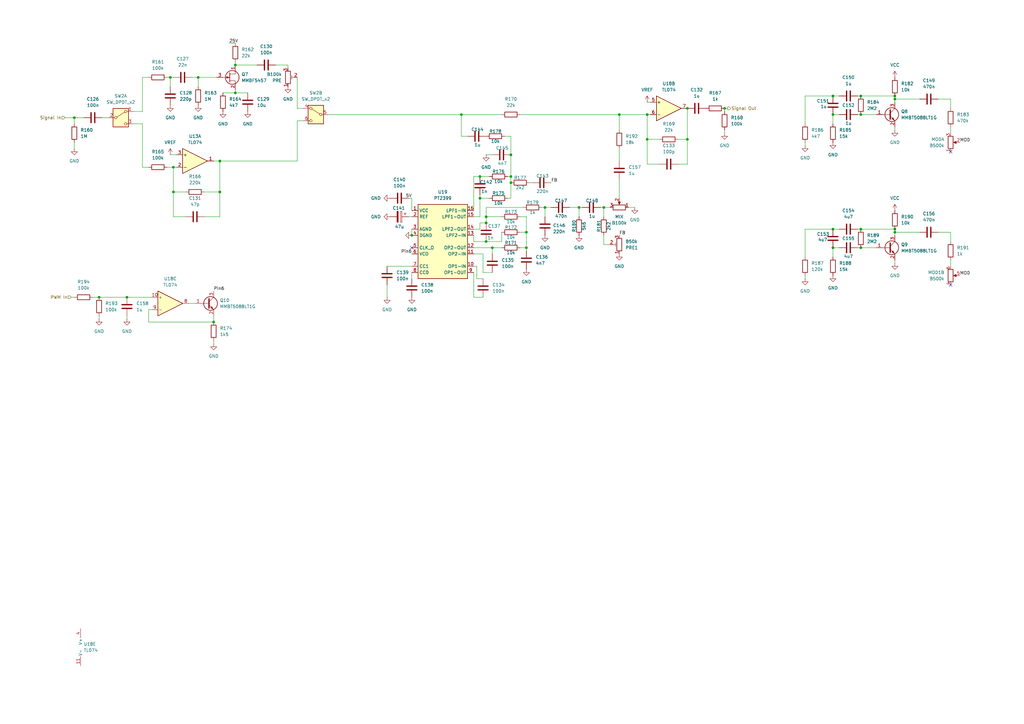
<source format=kicad_sch>
(kicad_sch (version 20250114) (generator "eeschema") (generator_version "9.0")
  (paper "A3")
  (lib_symbols
    (symbol "Amplifier_Operational:TL074" (pin_names (offset 0.127))
      (property "Reference" "U" (at 0 5.08 0))
      (property "Value" "TL074" (at 0 -5.08 0))
      (symbol "TL074_1_1"
        (polyline (pts (xy -5.08 5.08) (xy 5.08 0) (xy -5.08 -5.08) (xy -5.08 5.08)) (stroke (width 0.254)) (fill (type background)))
        (pin input line (at -7.62 2.54 0) (length 2.54) (name "+") (number "3"))
        (pin input line (at -7.62 -2.54 0) (length 2.54) (name "-") (number "2"))
        (pin output line (at 7.62 0 180) (length 2.54) (name "~") (number "1"))
      )
      (symbol "TL074_2_1"
        (polyline (pts (xy -5.08 5.08) (xy 5.08 0) (xy -5.08 -5.08) (xy -5.08 5.08)) (stroke (width 0.254)) (fill (type background)))
        (pin input line (at -7.62 2.54 0) (length 2.54) (name "+") (number "5"))
        (pin input line (at -7.62 -2.54 0) (length 2.54) (name "-") (number "6"))
        (pin output line (at 7.62 0 180) (length 2.54) (name "~") (number "7"))
      )
      (symbol "TL074_3_1"
        (polyline (pts (xy -5.08 5.08) (xy 5.08 0) (xy -5.08 -5.08) (xy -5.08 5.08)) (stroke (width 0.254)) (fill (type background)))
        (pin input line (at -7.62 2.54 0) (length 2.54) (name "+") (number "10"))
        (pin input line (at -7.62 -2.54 0) (length 2.54) (name "-") (number "9"))
        (pin output line (at 7.62 0 180) (length 2.54) (name "~") (number "8"))
      )
      (symbol "TL074_4_1"
        (polyline (pts (xy -5.08 5.08) (xy 5.08 0) (xy -5.08 -5.08) (xy -5.08 5.08)) (stroke (width 0.254)) (fill (type background)))
        (pin input line (at -7.62 2.54 0) (length 2.54) (name "+") (number "12"))
        (pin input line (at -7.62 -2.54 0) (length 2.54) (name "-") (number "13"))
        (pin output line (at 7.62 0 180) (length 2.54) (name "~") (number "14"))
      )
      (symbol "TL074_5_1"
        (pin power_in line (at -2.54 7.62 270) (length 3.81) (name "V+") (number "4"))
        (pin power_in line (at -2.54 -7.62 90) (length 3.81) (name "V-") (number "11"))
      )
    )
    (symbol "Audio:PT2399"
      (property "Reference" "U" (at 0 17.78 0))
      (property "Value" "PT2399" (at 0 -17.78 0))
      (symbol "PT2399_0_1"
        (rectangle (start -10.16 15.24) (end 10.16 -15.24) (stroke (width 0.254)) (fill (type background)))
      )
      (symbol "PT2399_1_1"
        (pin power_in line (at -12.7 12.7 0) (length 2.54) (name "VCC") (number "1"))
        (pin passive line (at -12.7 10.16 0) (length 2.54) (name "REF") (number "2"))
        (pin power_in line (at -12.7 5.08 0) (length 2.54) (name "AGND") (number "3"))
        (pin power_in line (at -12.7 2.54 0) (length 2.54) (name "DGND") (number "4"))
        (pin passive line (at -12.7 -2.54 0) (length 2.54) (name "CLK_O") (number "5"))
        (pin passive line (at -12.7 -5.08 0) (length 2.54) (name "VCO") (number "6"))
        (pin passive line (at -12.7 -10.16 0) (length 2.54) (name "CC1") (number "7"))
        (pin passive line (at -12.7 -12.7 0) (length 2.54) (name "CC0") (number "8"))
        (pin input line (at 12.7 12.7 180) (length 2.54) (name "LPF1-IN") (number "16"))
        (pin output line (at 12.7 10.16 180) (length 2.54) (name "LPF1-OUT") (number "15"))
        (pin output line (at 12.7 5.08 180) (length 2.54) (name "LPF2-OUT") (number "14"))
        (pin input line (at 12.7 2.54 180) (length 2.54) (name "LPF2-IN") (number "13"))
        (pin output line (at 12.7 -2.54 180) (length 2.54) (name "OP2-OUT") (number "12"))
        (pin input line (at 12.7 -5.08 180) (length 2.54) (name "OP2-IN") (number "11"))
        (pin input line (at 12.7 -10.16 180) (length 2.54) (name "OP1-IN") (number "10"))
        (pin output line (at 12.7 -12.7 180) (length 2.54) (name "OP1-OUT") (number "9"))
      )
    )
    (symbol "Device:C" (pin_numbers (hide yes)) (pin_names (offset 0.254))
      (property "Reference" "C" (at 0.635 2.54 0))
      (property "Value" "C" (at 0.635 -2.54 0))
      (symbol "C_0_1"
        (polyline (pts (xy -2.032 0.762) (xy 2.032 0.762)) (stroke (width 0.508)))
        (polyline (pts (xy -2.032 -0.762) (xy 2.032 -0.762)) (stroke (width 0.508)))
      )
      (symbol "C_1_1"
        (pin passive line (at 0 3.81 270) (length 2.794) (name "~") (number "1"))
        (pin passive line (at 0 -3.81 90) (length 2.794) (name "~") (number "2"))
      )
    )
    (symbol "Device:C_Polarized" (pin_numbers (hide yes)) (pin_names (offset 0.254))
      (property "Reference" "C" (at 0.635 2.54 0))
      (property "Value" "C_Polarized" (at 0.635 -2.54 0))
      (symbol "C_Polarized_0_1"
        (rectangle (start -2.286 0.508) (end 2.286 1.016))
        (polyline (pts (xy -1.778 2.286) (xy -0.762 2.286)))
        (polyline (pts (xy -1.27 2.794) (xy -1.27 1.778)))
        (rectangle (start 2.286 -0.508) (end -2.286 -1.016) (fill (type outline)))
      )
      (symbol "C_Polarized_1_1"
        (pin passive line (at 0 3.81 270) (length 2.794) (name "~") (number "1"))
        (pin passive line (at 0 -3.81 90) (length 2.794) (name "~") (number "2"))
      )
    )
    (symbol "Device:R" (pin_numbers (hide yes)) (pin_names (offset 0))
      (property "Reference" "R" (at 2.032 0 90))
      (property "Value" "R" (at 0 0 90))
      (symbol "R_0_1"
        (rectangle (start -1.016 -2.54) (end 1.016 2.54) (stroke (width 0.254)))
      )
      (symbol "R_1_1"
        (pin passive line (at 0 3.81 270) (length 1.27) (name "~") (number "1"))
        (pin passive line (at 0 -3.81 90) (length 1.27) (name "~") (number "2"))
      )
    )
    (symbol "Device:R_Potentiometer" (pin_names (offset 1.016) (hide yes))
      (property "Reference" "RV" (at -4.445 0 90))
      (property "Value" "R_Potentiometer" (at -2.54 0 90))
      (symbol "R_Potentiometer_0_1"
        (rectangle (start 1.016 2.54) (end -1.016 -2.54) (stroke (width 0.254)))
        (polyline (pts (xy 1.143 0) (xy 2.286 0.508) (xy 2.286 -0.508) (xy 1.143 0)) (fill (type outline)))
        (polyline (pts (xy 2.54 0) (xy 1.524 0)))
      )
      (symbol "R_Potentiometer_1_1"
        (pin passive line (at 0 3.81 270) (length 1.27) (name "1") (number "1"))
        (pin passive line (at 0 -3.81 90) (length 1.27) (name "3") (number "3"))
        (pin passive line (at 3.81 0 180) (length 1.27) (name "2") (number "2"))
      )
    )
    (symbol "Device:R_Potentiometer_Dual_Separate" (pin_names (offset 1.016) (hide yes))
      (property "Reference" "RV" (at -4.445 0 90))
      (property "Value" "R_Potentiometer_Dual_Separate" (at -2.54 0 90))
      (symbol "R_Potentiometer_Dual_Separate_0_1"
        (rectangle (start 1.016 2.54) (end -1.016 -2.54) (stroke (width 0.254)))
        (polyline (pts (xy 1.143 0) (xy 2.286 0.508) (xy 2.286 -0.508) (xy 1.143 0)) (fill (type outline)))
        (polyline (pts (xy 2.54 0) (xy 1.524 0)))
      )
      (symbol "R_Potentiometer_Dual_Separate_1_1"
        (pin passive line (at 0 3.81 270) (length 1.27) (name "1") (number "1"))
        (pin passive line (at 0 -3.81 90) (length 1.27) (name "3") (number "3"))
        (pin passive line (at 3.81 0 180) (length 1.27) (name "2") (number "2"))
      )
      (symbol "R_Potentiometer_Dual_Separate_2_1"
        (pin passive line (at 0 3.81 270) (length 1.27) (name "4") (number "4"))
        (pin passive line (at 0 -3.81 90) (length 1.27) (name "6") (number "6"))
        (pin passive line (at 3.81 0 180) (length 1.27) (name "5") (number "5"))
      )
    )
    (symbol "Device:R_Potentiometer_Trim" (pin_names (offset 1.016) (hide yes))
      (property "Reference" "RV" (at -4.445 0 90))
      (property "Value" "R_Potentiometer_Trim" (at -2.54 0 90))
      (symbol "R_Potentiometer_Trim_0_1"
        (rectangle (start 1.016 2.54) (end -1.016 -2.54) (stroke (width 0.254)))
        (polyline (pts (xy 1.524 0.762) (xy 1.524 -0.762)))
        (polyline (pts (xy 2.54 0) (xy 1.524 0)))
      )
      (symbol "R_Potentiometer_Trim_1_1"
        (pin passive line (at 0 3.81 270) (length 1.27) (name "1") (number "1"))
        (pin passive line (at 0 -3.81 90) (length 1.27) (name "3") (number "3"))
        (pin passive line (at 3.81 0 180) (length 1.27) (name "2") (number "2"))
      )
    )
    (symbol "Switch:SW_DPDT_x2" (pin_names (offset 0) (hide yes))
      (property "Reference" "SW" (at 0 5.08 0))
      (property "Value" "SW_DPDT_x2" (at 0 -5.08 0))
      (symbol "SW_DPDT_x2_0_0"
        (circle (center -2.032 0) (radius 0.508))
        (circle (center 2.032 -2.54) (radius 0.508))
      )
      (symbol "SW_DPDT_x2_0_1"
        (rectangle (start -3.175 3.81) (end 3.175 -3.81) (stroke (width 0.254)) (fill (type background)))
        (polyline (pts (xy -1.524 0.254) (xy 1.5748 2.286)))
        (circle (center 2.032 2.54) (radius 0.508))
      )
      (symbol "SW_DPDT_x2_1_1"
        (pin passive line (at -5.08 0 0) (length 2.54) (name "B") (number "2"))
        (pin passive line (at 5.08 2.54 180) (length 2.54) (name "A") (number "1"))
        (pin passive line (at 5.08 -2.54 180) (length 2.54) (name "C") (number "3"))
      )
      (symbol "SW_DPDT_x2_2_1"
        (pin passive line (at -5.08 0 0) (length 2.54) (name "B") (number "5"))
        (pin passive line (at 5.08 2.54 180) (length 2.54) (name "A") (number "4"))
        (pin passive line (at 5.08 -2.54 180) (length 2.54) (name "C") (number "6"))
      )
    )
    (symbol "custom_parts:MMBF5457" (pin_names (hide yes))
      (property "Reference" "Q" (at 5.08 1.905 0))
      (property "Value" "MMBF5457" (at 5.08 0 0))
      (symbol "MMBF5457_0_1"
        (polyline (pts (xy 0 0) (xy -1.016 0.381) (xy -1.016 -0.381) (xy 0 0)) (fill (type outline)))
        (polyline (pts (xy 0.254 1.905) (xy 0.254 -1.905)) (stroke (width 0.254)))
        (polyline (pts (xy 0.254 0) (xy -2.54 0)))
        (circle (center 1.27 0) (radius 2.8194) (stroke (width 0.254)))
        (polyline (pts (xy 2.54 2.54) (xy 2.54 1.397) (xy 0.254 1.397)))
        (polyline (pts (xy 2.54 -2.54) (xy 2.54 -1.397) (xy 0.254 -1.397)))
      )
      (symbol "MMBF5457_1_1"
        (pin input line (at -5.08 0 0) (length 2.54) (name "G") (number "3"))
        (pin passive line (at 2.54 5.08 270) (length 2.54) (name "D") (number "1"))
        (pin passive line (at 2.54 -5.08 90) (length 2.54) (name "S") (number "2"))
      )
    )
    (symbol "custom_parts:MMBT5088LT1G" (pin_names (offset 0) (hide yes))
      (property "Reference" "Q" (at 5.08 1.905 0))
      (property "Value" "MMBT5088LT1G" (at 5.08 0 0))
      (symbol "MMBT5088LT1G_0_1"
        (polyline (pts (xy -2.54 0) (xy 0.635 0)))
        (polyline (pts (xy 0.635 1.905) (xy 0.635 -1.905)) (stroke (width 0.508)))
        (circle (center 1.27 0) (radius 2.8194) (stroke (width 0.254)))
      )
      (symbol "MMBT5088LT1G_1_1"
        (polyline (pts (xy 0.635 0.635) (xy 2.54 2.54)))
        (polyline (pts (xy 0.635 -0.635) (xy 2.54 -2.54)))
        (polyline (pts (xy 1.27 -1.778) (xy 1.778 -1.27) (xy 2.286 -2.286) (xy 1.27 -1.778)) (fill (type outline)))
        (pin input line (at -5.08 0 0) (length 2.54) (name "B") (number "1"))
        (pin passive line (at 2.54 5.08 270) (length 2.54) (name "C") (number "3"))
        (pin passive line (at 2.54 -5.08 90) (length 2.54) (name "E") (number "2"))
      )
    )
    (symbol "custom_power:VREF" (power) (pin_numbers (hide yes)) (pin_names (offset 0) (hide yes))
      (property "Value" "VREF" (at 0 3.556 0))
      (symbol "VREF_0_1"
        (polyline (pts (xy -0.762 1.27) (xy 0 2.54)))
        (polyline (pts (xy 0 2.54) (xy 0.762 1.27)))
        (polyline (pts (xy 0 0) (xy 0 2.54)))
      )
      (symbol "VREF_1_1"
        (pin power_in line (at 0 0 90) (length 0) (name "~") (number "1"))
      )
    )
    (symbol "power:GND" (power) (pin_numbers (hide yes)) (pin_names (offset 0) (hide yes))
      (property "Value" "GND" (at 0 -3.81 0))
      (symbol "GND_0_1"
        (polyline (pts (xy 0 0) (xy 0 -1.27) (xy 1.27 -1.27) (xy 0 -2.54) (xy -1.27 -1.27) (xy 0 -1.27)))
      )
      (symbol "GND_1_1"
        (pin power_in line (at 0 0 270) (length 0) (name "~") (number "1"))
      )
    )
    (symbol "power:VCC" (power) (pin_numbers (hide yes)) (pin_names (offset 0) (hide yes))
      (property "Value" "VCC" (at 0 3.556 0))
      (symbol "VCC_0_1"
        (polyline (pts (xy -0.762 1.27) (xy 0 2.54)))
        (polyline (pts (xy 0 2.54) (xy 0.762 1.27)))
        (polyline (pts (xy 0 0) (xy 0 2.54)))
      )
      (symbol "VCC_1_1"
        (pin power_in line (at 0 0 90) (length 0) (name "~") (number "1"))
      )
    )
  )
  (junction (at 265.43 46.99))
  (junction (at 96.52 38.1))
  (junction (at 367.03 95.25))
  (junction (at 30.48 48.26))
  (junction (at 367.03 39.37))
  (junction (at 52.07 121.92))
  (junction (at 215.9 95.25))
  (junction (at 367.03 40.64))
  (junction (at 281.94 57.15))
  (junction (at 297.18 44.45))
  (junction (at 223.52 85.09))
  (junction (at 196.85 81.28))
  (junction (at 71.12 68.58))
  (junction (at 341.63 39.37))
  (junction (at 265.43 57.15))
  (junction (at 281.94 44.45))
  (junction (at 367.03 93.98))
  (junction (at 341.63 101.6))
  (junction (at 81.28 31.75))
  (junction (at 353.06 46.99))
  (junction (at 341.63 46.99))
  (junction (at 201.93 101.6))
  (junction (at 353.06 101.6))
  (junction (at 199.39 99.06))
  (junction (at 199.39 88.9))
  (junction (at 341.63 93.98))
  (junction (at 254 46.99))
  (junction (at 87.63 132.08))
  (junction (at 209.55 72.39))
  (junction (at 237.49 85.09))
  (junction (at 90.17 66.04))
  (junction (at 215.9 101.6))
  (junction (at 168.91 96.52))
  (junction (at 353.06 39.37))
  (junction (at 199.39 91.44))
  (junction (at 247.65 85.09))
  (junction (at 69.85 31.75))
  (junction (at 71.12 78.74))
  (junction (at 353.06 93.98))
  (junction (at 40.64 121.92))
  (junction (at 90.17 78.74))
  (junction (at 189.23 46.99))
  (junction (at 209.55 63.5))
  (junction (at 96.52 26.67))
  (junction (at 196.85 72.39))
  (junction (at 209.55 74.93))
  (no_connect (at 389.89 116.84))
  (no_connect (at 389.89 62.23))
  (no_connect (at 168.91 101.6))
  (wire (pts (xy 199.39 91.44) (xy 199.39 88.9)))
  (wire (pts (xy 68.58 31.75) (xy 69.85 31.75)))
  (wire (pts (xy 367.03 93.98) (xy 353.06 93.98)))
  (wire (pts (xy 298.45 44.45) (xy 297.18 44.45)))
  (wire (pts (xy 254 73.66) (xy 254 81.28)))
  (wire (pts (xy 81.28 31.75) (xy 88.9 31.75)))
  (wire (pts (xy 52.07 121.92) (xy 62.23 121.92)))
  (wire (pts (xy 134.62 46.99) (xy 189.23 46.99)))
  (wire (pts (xy 201.93 101.6) (xy 194.31 101.6)))
  (wire (pts (xy 62.23 127) (xy 60.96 127)))
  (wire (pts (xy 195.58 109.22) (xy 194.31 109.22)))
  (wire (pts (xy 341.63 93.98) (xy 344.17 93.98)))
  (wire (pts (xy 341.63 101.6) (xy 344.17 101.6)))
  (wire (pts (xy 281.94 57.15) (xy 281.94 44.45)))
  (wire (pts (xy 194.31 86.36) (xy 194.31 72.39)))
  (wire (pts (xy 353.06 101.6) (xy 359.41 101.6)))
  (wire (pts (xy 96.52 38.1) (xy 96.52 36.83)))
  (wire (pts (xy 265.43 67.31) (xy 270.51 67.31)))
  (wire (pts (xy 52.07 130.81) (xy 52.07 129.54)))
  (wire (pts (xy 38.1 121.92) (xy 40.64 121.92)))
  (wire (pts (xy 81.28 35.56) (xy 81.28 31.75)))
  (wire (pts (xy 278.13 67.31) (xy 281.94 67.31)))
  (wire (pts (xy 96.52 17.78) (xy 93.98 17.78)))
  (wire (pts (xy 118.11 26.67) (xy 113.03 26.67)))
  (wire (pts (xy 330.2 113.03) (xy 330.2 114.3)))
  (wire (pts (xy 297.18 45.72) (xy 297.18 44.45)))
  (wire (pts (xy 233.68 85.09) (xy 237.49 85.09)))
  (wire (pts (xy 96.52 25.4) (xy 96.52 26.67)))
  (wire (pts (xy 213.36 88.9) (xy 215.9 88.9)))
  (wire (pts (xy 341.63 39.37) (xy 344.17 39.37)))
  (wire (pts (xy 199.39 88.9) (xy 199.39 85.09)))
  (wire (pts (xy 121.92 49.53) (xy 124.46 49.53)))
  (wire (pts (xy 158.75 116.84) (xy 158.75 121.92)))
  (wire (pts (xy 68.58 68.58) (xy 71.12 68.58)))
  (wire (pts (xy 213.36 95.25) (xy 215.9 95.25)))
  (wire (pts (xy 215.9 88.9) (xy 215.9 95.25)))
  (wire (pts (xy 384.81 40.64) (xy 389.89 40.64)))
  (wire (pts (xy 330.2 93.98) (xy 330.2 105.41)))
  (wire (pts (xy 71.12 78.74) (xy 71.12 88.9)))
  (wire (pts (xy 80.01 124.46) (xy 77.47 124.46)))
  (wire (pts (xy 168.91 93.98) (xy 168.91 96.52)))
  (wire (pts (xy 207.01 55.88) (xy 209.55 55.88)))
  (wire (pts (xy 330.2 39.37) (xy 330.2 50.8)))
  (wire (pts (xy 196.85 88.9) (xy 196.85 81.28)))
  (wire (pts (xy 121.92 66.04) (xy 121.92 49.53)))
  (wire (pts (xy 87.63 132.08) (xy 87.63 129.54)))
  (wire (pts (xy 213.36 101.6) (xy 215.9 101.6)))
  (wire (pts (xy 257.81 85.09) (xy 260.35 85.09)))
  (wire (pts (xy 71.12 88.9) (xy 76.2 88.9)))
  (wire (pts (xy 246.38 85.09) (xy 247.65 85.09)))
  (wire (pts (xy 205.74 101.6) (xy 201.93 101.6)))
  (wire (pts (xy 90.17 66.04) (xy 87.63 66.04)))
  (wire (pts (xy 167.64 88.9) (xy 168.91 88.9)))
  (wire (pts (xy 194.31 111.76) (xy 194.31 121.92)))
  (wire (pts (xy 247.65 100.33) (xy 247.65 96.52)))
  (wire (pts (xy 198.12 111.76) (xy 201.93 111.76)))
  (wire (pts (xy 209.55 81.28) (xy 208.28 81.28)))
  (wire (pts (xy 194.31 99.06) (xy 194.31 96.52)))
  (wire (pts (xy 384.81 95.25) (xy 389.89 95.25)))
  (wire (pts (xy 83.82 78.74) (xy 90.17 78.74)))
  (wire (pts (xy 54.61 45.72) (xy 58.42 45.72)))
  (wire (pts (xy 71.12 68.58) (xy 72.39 68.58)))
  (wire (pts (xy 54.61 50.8) (xy 58.42 50.8)))
  (wire (pts (xy 237.49 85.09) (xy 237.49 88.9)))
  (wire (pts (xy 58.42 68.58) (xy 60.96 68.58)))
  (wire (pts (xy 196.85 81.28) (xy 196.85 80.01)))
  (wire (pts (xy 194.31 72.39) (xy 196.85 72.39)))
  (wire (pts (xy 265.43 41.91) (xy 266.7 41.91)))
  (wire (pts (xy 60.96 127) (xy 60.96 132.08)))
  (wire (pts (xy 200.66 81.28) (xy 196.85 81.28)))
  (wire (pts (xy 58.42 45.72) (xy 58.42 31.75)))
  (wire (pts (xy 96.52 26.67) (xy 105.41 26.67)))
  (wire (pts (xy 247.65 88.9) (xy 247.65 85.09)))
  (wire (pts (xy 297.18 54.61) (xy 297.18 53.34)))
  (wire (pts (xy 265.43 46.99) (xy 266.7 46.99)))
  (wire (pts (xy 121.92 31.75) (xy 121.92 44.45)))
  (wire (pts (xy 30.48 48.26) (xy 34.29 48.26)))
  (wire (pts (xy 209.55 55.88) (xy 209.55 63.5)))
  (wire (pts (xy 281.94 67.31) (xy 281.94 57.15)))
  (wire (pts (xy 205.74 99.06) (xy 205.74 95.25)))
  (wire (pts (xy 278.13 57.15) (xy 281.94 57.15)))
  (wire (pts (xy 40.64 130.81) (xy 40.64 129.54)))
  (wire (pts (xy 69.85 31.75) (xy 71.12 31.75)))
  (wire (pts (xy 389.89 95.25) (xy 389.89 99.06)))
  (wire (pts (xy 195.58 114.3) (xy 195.58 109.22)))
  (wire (pts (xy 341.63 50.8) (xy 341.63 46.99)))
  (wire (pts (xy 238.76 85.09) (xy 237.49 85.09)))
  (wire (pts (xy 30.48 58.42) (xy 30.48 60.96)))
  (wire (pts (xy 118.11 27.94) (xy 118.11 26.67)))
  (wire (pts (xy 330.2 58.42) (xy 330.2 59.69)))
  (wire (pts (xy 196.85 93.98) (xy 194.31 93.98)))
  (wire (pts (xy 330.2 93.98) (xy 341.63 93.98)))
  (wire (pts (xy 247.65 85.09) (xy 250.19 85.09)))
  (wire (pts (xy 199.39 99.06) (xy 205.74 99.06)))
  (wire (pts (xy 367.03 40.64) (xy 377.19 40.64)))
  (wire (pts (xy 90.17 66.04) (xy 121.92 66.04)))
  (wire (pts (xy 223.52 88.9) (xy 223.52 85.09)))
  (wire (pts (xy 189.23 46.99) (xy 205.74 46.99)))
  (wire (pts (xy 30.48 48.26) (xy 30.48 50.8)))
  (wire (pts (xy 195.58 114.3) (xy 198.12 114.3)))
  (wire (pts (xy 168.91 81.28) (xy 168.91 86.36)))
  (wire (pts (xy 191.77 55.88) (xy 189.23 55.88)))
  (wire (pts (xy 168.91 114.3) (xy 168.91 111.76)))
  (wire (pts (xy 60.96 132.08) (xy 87.63 132.08)))
  (wire (pts (xy 215.9 101.6) (xy 215.9 102.87)))
  (wire (pts (xy 71.12 78.74) (xy 76.2 78.74)))
  (wire (pts (xy 78.74 31.75) (xy 81.28 31.75)))
  (wire (pts (xy 26.67 48.26) (xy 30.48 48.26)))
  (wire (pts (xy 341.63 105.41) (xy 341.63 101.6)))
  (wire (pts (xy 199.39 91.44) (xy 196.85 91.44)))
  (wire (pts (xy 351.79 39.37) (xy 353.06 39.37)))
  (wire (pts (xy 71.12 68.58) (xy 71.12 78.74)))
  (wire (pts (xy 91.44 38.1) (xy 96.52 38.1)))
  (wire (pts (xy 209.55 74.93) (xy 209.55 81.28)))
  (wire (pts (xy 41.91 48.26) (xy 44.45 48.26)))
  (wire (pts (xy 367.03 39.37) (xy 353.06 39.37)))
  (wire (pts (xy 351.79 93.98) (xy 353.06 93.98)))
  (wire (pts (xy 341.63 46.99) (xy 344.17 46.99)))
  (wire (pts (xy 69.85 31.75) (xy 69.85 35.56)))
  (wire (pts (xy 351.79 46.99) (xy 353.06 46.99)))
  (wire (pts (xy 389.89 106.68) (xy 389.89 109.22)))
  (wire (pts (xy 254 60.96) (xy 254 66.04)))
  (wire (pts (xy 199.39 88.9) (xy 205.74 88.9)))
  (wire (pts (xy 367.03 95.25) (xy 377.19 95.25)))
  (wire (pts (xy 201.93 104.14) (xy 201.93 101.6)))
  (wire (pts (xy 58.42 31.75) (xy 60.96 31.75)))
  (wire (pts (xy 367.03 52.07) (xy 367.03 53.34)))
  (wire (pts (xy 90.17 78.74) (xy 90.17 66.04)))
  (wire (pts (xy 83.82 88.9) (xy 90.17 88.9)))
  (wire (pts (xy 121.92 44.45) (xy 124.46 44.45)))
  (wire (pts (xy 367.03 95.25) (xy 367.03 96.52)))
  (wire (pts (xy 265.43 57.15) (xy 270.51 57.15)))
  (wire (pts (xy 189.23 46.99) (xy 189.23 55.88)))
  (wire (pts (xy 199.39 63.5) (xy 201.93 63.5)))
  (wire (pts (xy 223.52 85.09) (xy 222.25 85.09)))
  (wire (pts (xy 29.21 121.92) (xy 30.48 121.92)))
  (wire (pts (xy 158.75 109.22) (xy 168.91 109.22)))
  (wire (pts (xy 213.36 46.99) (xy 254 46.99)))
  (wire (pts (xy 198.12 104.14) (xy 198.12 111.76)))
  (wire (pts (xy 367.03 93.98) (xy 367.03 95.25)))
  (wire (pts (xy 254 46.99) (xy 254 53.34)))
  (wire (pts (xy 367.03 39.37) (xy 367.03 40.64)))
  (wire (pts (xy 87.63 140.97) (xy 87.63 139.7)))
  (wire (pts (xy 96.52 38.1) (xy 101.6 38.1)))
  (wire (pts (xy 209.55 72.39) (xy 208.28 72.39)))
  (wire (pts (xy 330.2 39.37) (xy 341.63 39.37)))
  (wire (pts (xy 58.42 50.8) (xy 58.42 68.58)))
  (wire (pts (xy 353.06 46.99) (xy 359.41 46.99)))
  (wire (pts (xy 265.43 57.15) (xy 265.43 67.31)))
  (wire (pts (xy 194.31 121.92) (xy 198.12 121.92)))
  (wire (pts (xy 223.52 85.09) (xy 226.06 85.09)))
  (wire (pts (xy 254 46.99) (xy 265.43 46.99)))
  (wire (pts (xy 199.39 85.09) (xy 214.63 85.09)))
  (wire (pts (xy 389.89 52.07) (xy 389.89 54.61)))
  (wire (pts (xy 90.17 88.9) (xy 90.17 78.74)))
  (wire (pts (xy 367.03 106.68) (xy 367.03 107.95)))
  (wire (pts (xy 367.03 40.64) (xy 367.03 41.91)))
  (wire (pts (xy 69.85 63.5) (xy 72.39 63.5)))
  (wire (pts (xy 209.55 72.39) (xy 209.55 74.93)))
  (wire (pts (xy 194.31 88.9) (xy 196.85 88.9)))
  (wire (pts (xy 194.31 104.14) (xy 198.12 104.14)))
  (wire (pts (xy 200.66 72.39) (xy 196.85 72.39)))
  (wire (pts (xy 209.55 63.5) (xy 209.55 72.39)))
  (wire (pts (xy 351.79 101.6) (xy 353.06 101.6)))
  (wire (pts (xy 40.64 121.92) (xy 52.07 121.92)))
  (wire (pts (xy 194.31 99.06) (xy 199.39 99.06)))
  (wire (pts (xy 218.44 74.93) (xy 217.17 74.93)))
  (wire (pts (xy 196.85 91.44) (xy 196.85 93.98)))
  (wire (pts (xy 215.9 95.25) (xy 215.9 101.6)))
  (wire (pts (xy 389.89 40.64) (xy 389.89 44.45)))
  (wire (pts (xy 265.43 46.99) (xy 265.43 57.15)))
  (wire (pts (xy 250.19 100.33) (xy 247.65 100.33)))
  (wire (pts (xy 167.64 81.28) (xy 168.91 81.28)))
  (label "Pin6" (at 168.91 104.14 180))
  (label "MOD" (at 393.7 58.42 0))
  (label "5V" (at 168.91 81.28 180))
  (label "MOD" (at 393.7 113.03 0))
  (label "FB" (at 254 96.52 0))
  (label "FB" (at 226.06 74.93 0))
  (label "Pin6" (at 87.63 119.38 0))
  (label "25V" (at 93.98 17.78 0))
  (hierarchical_label "PWM In" (shape input) (at 29.21 121.92 180))
  (hierarchical_label "Signal In" (shape input) (at 26.67 48.26 180))
  (hierarchical_label "Signal Out" (shape output) (at 298.45 44.45 0))
  (symbol (lib_id "power:GND") (at 168.91 96.52 270) (unit 1)
    (property "Reference" "#PWR0174" (effects (hide yes)))
    (property "Value" "GND" (effects (hide yes)))
    (property "Description" "Power symbol creates a global label with name \"GND\" , ground" (effects (hide yes)))
  )
  (symbol (lib_id "power:GND") (at 367.03 107.95 0) (unit 1)
    (property "Reference" "#PWR0190" (effects (hide yes)))
    (property "Value" "GND" (at 367.03 113.03 0))
    (property "Description" "Power symbol creates a global label with name \"GND\" , ground" (effects (hide yes)))
  )
  (symbol (lib_id "power:GND") (at 341.63 58.42 0) (unit 1)
    (property "Reference" "#PWR0185" (effects (hide yes)))
    (property "Value" "GND" (at 341.63 63.5 0))
    (property "Description" "Power symbol creates a global label with name \"GND\" , ground" (effects (hide yes)))
  )
  (symbol (lib_id "power:GND") (at 160.02 88.9 270) (unit 1)
    (property "Reference" "#PWR0176" (effects (hide yes)))
    (property "Value" "GND" (at 156.21 88.8999 90) (effects (justify right)))
    (property "Description" "Power symbol creates a global label with name \"GND\" , ground" (effects (hide yes)))
  )
  (symbol (lib_id "power:GND") (at 91.44 45.72 0) (unit 1)
    (property "Reference" "#PWR0165" (effects (hide yes)))
    (property "Value" "GND" (at 91.44 50.8 0))
    (property "Description" "Power symbol creates a global label with name \"GND\" , ground" (effects (hide yes)))
  )
  (symbol (lib_id "Device:R") (at 96.52 21.59 0) (unit 1)
    (property "Reference" "R162" (at 99.06 20.3199 0) (effects (justify left)))
    (property "Value" "22k" (at 99.06 22.8599 0) (effects (justify left)))
    (property "Description" "Resistor" (effects (hide yes)))
  )
  (symbol (lib_id "Device:C") (at 38.1 48.26 90) (unit 1)
    (property "Reference" "C126" (at 38.1 40.64 90))
    (property "Value" "100n" (at 38.1 43.18 90))
    (property "Description" "Unpolarized capacitor" (effects (hide yes)))
  )
  (symbol (lib_id "power:GND") (at 341.63 113.03 0) (unit 1)
    (property "Reference" "#PWR0188" (effects (hide yes)))
    (property "Value" "GND" (at 341.63 118.11 0))
    (property "Description" "Power symbol creates a global label with name \"GND\" , ground" (effects (hide yes)))
  )
  (symbol (lib_id "power:GND") (at 87.63 140.97 0) (unit 1)
    (property "Reference" "#PWR0177" (effects (hide yes)))
    (property "Value" "GND" (at 87.63 146.05 0))
    (property "Description" "Power symbol creates a global label with name \"GND\" , ground" (effects (hide yes)))
  )
  (symbol (lib_id "Device:C") (at 285.75 44.45 90) (unit 1)
    (property "Reference" "C132" (at 285.75 36.83 90))
    (property "Value" "1u" (at 285.75 39.37 90))
    (property "Description" "Unpolarized capacitor" (effects (hide yes)))
  )
  (symbol (lib_id "Switch:SW_DPDT_x2") (at 129.54 46.99 0) (mirror y) (unit 2)
    (property "Reference" "SW2" (at 129.54 38.1 0))
    (property "Value" "SW_DPDT_x2" (at 129.54 40.64 0))
    (property "Description" "Switch, dual pole double throw, separate symbols" (effects (hide yes)))
  )
  (symbol (lib_id "Device:R") (at 204.47 72.39 90) (unit 1)
    (property "Reference" "R176" (at 204.47 70.358 90))
    (property "Value" "10k" (at 204.47 74.422 90))
    (property "Description" "Resistor" (effects (hide yes)))
  )
  (symbol (lib_id "Device:R") (at 237.49 92.71 180) (unit 1)
    (property "Reference" "R180" (at 235.458 92.71 90))
    (property "Value" "5k6" (at 239.522 92.71 90))
    (property "Description" "Resistor" (effects (hide yes)))
  )
  (symbol (lib_id "Device:R") (at 209.55 101.6 90) (unit 1)
    (property "Reference" "R171" (at 209.55 99.568 90))
    (property "Value" "10k" (at 209.55 103.632 90))
    (property "Description" "Resistor" (effects (hide yes)))
  )
  (symbol (lib_id "Amplifier_Operational:TL074") (at 35.56 265.43 0) (unit 5)
    (property "Reference" "U18" (at 34.29 264.1599 0) (effects (justify left)))
    (property "Value" "TL074" (at 34.29 266.6999 0) (effects (justify left)))
    (property "Datasheet" "http://www.ti.com/lit/ds/symlink/tl071.pdf" (effects (hide yes)))
    (property "Description" "Quad Low-Noise JFET-Input Operational Amplifiers, DIP-14/SOIC-14" (effects (hide yes)))
  )
  (symbol (lib_id "Device:R") (at 330.2 109.22 0) (unit 1)
    (property "Reference" "R187" (at 332.74 107.9499 0) (effects (justify left)))
    (property "Value" "120k" (at 332.74 110.4899 0) (effects (justify left)))
    (property "Description" "Resistor" (effects (hide yes)))
  )
  (symbol (lib_id "Device:C") (at 254 69.85 180) (unit 1)
    (property "Reference" "C157" (at 257.81 68.5799 0) (effects (justify right)))
    (property "Value" "1u" (at 257.81 71.1199 0) (effects (justify right)))
    (property "Description" "Unpolarized capacitor" (effects (hide yes)))
  )
  (symbol (lib_id "Device:C") (at 229.87 85.09 90) (unit 1)
    (property "Reference" "C147" (at 230.124 82.296 90))
    (property "Value" "470n" (at 230.124 88.646 90))
    (property "Description" "Unpolarized capacitor" (effects (hide yes)))
  )
  (symbol (lib_id "Device:R_Potentiometer_Trim") (at 254 100.33 180) (unit 1)
    (property "Reference" "PRE1" (at 256.54 101.6001 0) (effects (justify right)))
    (property "Value" "B50k" (at 256.54 99.0601 0) (effects (justify right)))
    (property "Description" "Trim-potentiometer" (effects (hide yes)))
  )
  (symbol (lib_id "power:GND") (at 223.52 96.52 0) (unit 1)
    (property "Reference" "#PWR0179" (effects (hide yes)))
    (property "Value" "GND" (at 223.52 101.6 0))
    (property "Description" "Power symbol creates a global label with name \"GND\" , ground" (effects (hide yes)))
  )
  (symbol (lib_id "Device:R") (at 293.37 44.45 90) (unit 1)
    (property "Reference" "R167" (at 293.37 38.1 90))
    (property "Value" "1k" (at 293.37 40.64 90))
    (property "Description" "Resistor" (effects (hide yes)))
  )
  (symbol (lib_id "power:GND") (at 260.35 85.09 0) (unit 1)
    (property "Reference" "#PWR0182" (effects (hide yes)))
    (property "Value" "GND" (at 260.35 90.17 0))
    (property "Description" "Power symbol creates a global label with name \"GND\" , ground" (effects (hide yes)))
  )
  (symbol (lib_id "Amplifier_Operational:TL074") (at 69.85 124.46 0) (unit 3)
    (property "Reference" "U18" (at 69.85 114.3 0))
    (property "Value" "TL074" (at 69.85 116.84 0))
    (property "Datasheet" "http://www.ti.com/lit/ds/symlink/tl071.pdf" (effects (hide yes)))
    (property "Description" "Quad Low-Noise JFET-Input Operational Amplifiers, DIP-14/SOIC-14" (effects (hide yes)))
  )
  (symbol (lib_id "Device:R") (at 389.89 48.26 0) (unit 1)
    (property "Reference" "R183" (at 392.43 46.9899 0) (effects (justify left)))
    (property "Value" "470k" (at 392.43 49.5299 0) (effects (justify left)))
    (property "Description" "Resistor" (effects (hide yes)))
  )
  (symbol (lib_id "Device:R") (at 341.63 109.22 0) (unit 1)
    (property "Reference" "R188" (at 344.17 107.9499 0) (effects (justify left)))
    (property "Value" "15k" (at 344.17 110.4899 0) (effects (justify left)))
    (property "Description" "Resistor" (effects (hide yes)))
  )
  (symbol (lib_id "Device:C") (at 158.75 113.03 0) (unit 1)
    (property "Reference" "C139" (at 162.56 111.7599 0) (effects (justify left)))
    (property "Value" "100n" (at 162.56 114.2999 0) (effects (justify left)))
    (property "Description" "Unpolarized capacitor" (effects (hide yes)))
  )
  (symbol (lib_id "Device:R") (at 64.77 31.75 90) (unit 1)
    (property "Reference" "R161" (at 64.77 25.4 90))
    (property "Value" "100k" (at 64.77 27.94 90))
    (property "Description" "Resistor" (effects (hide yes)))
  )
  (symbol (lib_id "Device:R") (at 81.28 39.37 0) (unit 1)
    (property "Reference" "R163" (at 83.82 38.0999 0) (effects (justify left)))
    (property "Value" "1M" (at 83.82 40.6399 0) (effects (justify left)))
    (property "Description" "Resistor" (effects (hide yes)))
  )
  (symbol (lib_id "Device:R") (at 353.06 43.18 0) (unit 1)
    (property "Reference" "R184" (at 355.6 41.9099 0) (effects (justify left)))
    (property "Value" "2M2" (at 355.6 44.4499 0) (effects (justify left)))
    (property "Description" "Resistor" (effects (hide yes)))
  )
  (symbol (lib_id "Device:R") (at 274.32 57.15 90) (unit 1)
    (property "Reference" "R169" (at 274.32 50.8 90))
    (property "Value" "22k" (at 274.32 53.34 90))
    (property "Description" "Resistor" (effects (hide yes)))
  )
  (symbol (lib_id "Device:C") (at 198.12 118.11 0) (unit 1)
    (property "Reference" "C134" (at 201.93 116.8399 0) (effects (justify left)))
    (property "Value" "100n" (at 201.93 119.3799 0) (effects (justify left)))
    (property "Description" "Unpolarized capacitor" (effects (hide yes)))
  )
  (symbol (lib_id "power:GND") (at 367.03 53.34 0) (unit 1)
    (property "Reference" "#PWR0184" (effects (hide yes)))
    (property "Value" "GND" (at 367.03 58.42 0))
    (property "Description" "Power symbol creates a global label with name \"GND\" , ground" (effects (hide yes)))
  )
  (symbol (lib_id "Amplifier_Operational:TL074") (at 274.32 44.45 0) (unit 2)
    (property "Reference" "U18" (at 274.32 34.29 0))
    (property "Value" "TL074" (at 274.32 36.83 0))
    (property "Datasheet" "http://www.ti.com/lit/ds/symlink/tl071.pdf" (effects (hide yes)))
    (property "Description" "Quad Low-Noise JFET-Input Operational Amplifiers, DIP-14/SOIC-14" (effects (hide yes)))
  )
  (symbol (lib_id "Device:C") (at 101.6 41.91 180) (unit 1)
    (property "Reference" "C129" (at 105.41 40.6399 0) (effects (justify right)))
    (property "Value" "10u" (at 105.41 43.1799 0) (effects (justify right)))
    (property "Description" "Unpolarized capacitor" (effects (hide yes)))
  )
  (symbol (lib_id "Device:R") (at 209.55 88.9 90) (unit 1)
    (property "Reference" "R173" (at 209.55 86.868 90))
    (property "Value" "10k" (at 209.55 90.932 90))
    (property "Description" "Resistor" (effects (hide yes)))
  )
  (symbol (lib_id "power:GND") (at 101.6 45.72 0) (unit 1)
    (property "Reference" "#PWR0166" (effects (hide yes)))
    (property "Value" "GND" (at 101.6 50.8 0))
    (property "Description" "Power symbol creates a global label with name \"GND\" , ground" (effects (hide yes)))
  )
  (symbol (lib_id "Device:C") (at 69.85 39.37 180) (unit 1)
    (property "Reference" "C128" (at 73.66 38.0999 0) (effects (justify right)))
    (property "Value" "220p" (at 73.66 40.6399 0) (effects (justify right)))
    (property "Description" "Unpolarized capacitor" (effects (hide yes)))
  )
  (symbol (lib_id "Device:R") (at 204.47 81.28 90) (unit 1)
    (property "Reference" "R175" (at 204.47 79.248 90))
    (property "Value" "10k" (at 204.47 83.312 90))
    (property "Description" "Resistor" (effects (hide yes)))
  )
  (symbol (lib_id "Device:R") (at 247.65 92.71 180) (unit 1)
    (property "Reference" "R181" (at 245.618 92.71 90))
    (property "Value" "2k2" (at 249.682 92.71 90))
    (property "Description" "Resistor" (effects (hide yes)))
  )
  (symbol (lib_id "Device:C") (at 347.98 93.98 90) (unit 1)
    (property "Reference" "C154" (at 347.98 86.36 90))
    (property "Value" "4u7" (at 347.98 88.9 90))
    (property "Description" "Unpolarized capacitor" (effects (hide yes)))
  )
  (symbol (lib_id "Device:C") (at 201.93 107.95 0) (unit 1)
    (property "Reference" "C135" (at 205.74 106.6799 0) (effects (justify left)))
    (property "Value" "100n" (at 205.74 109.2199 0) (effects (justify left)))
    (property "Description" "Unpolarized capacitor" (effects (hide yes)))
  )
  (symbol (lib_id "Device:R") (at 353.06 97.79 0) (unit 1)
    (property "Reference" "R189" (at 355.6 96.5199 0) (effects (justify left)))
    (property "Value" "2M2" (at 355.6 99.0599 0) (effects (justify left)))
    (property "Description" "Resistor" (effects (hide yes)))
  )
  (symbol (lib_id "Device:R") (at 213.36 74.93 90) (unit 1)
    (property "Reference" "R177" (at 213.36 72.898 90))
    (property "Value" "2k2" (at 213.36 76.962 90))
    (property "Description" "Resistor" (effects (hide yes)))
  )
  (symbol (lib_id "power:GND") (at 160.02 81.28 270) (unit 1)
    (property "Reference" "#PWR0175" (effects (hide yes)))
    (property "Value" "GND" (at 156.21 81.2799 90) (effects (justify right)))
    (property "Description" "Power symbol creates a global label with name \"GND\" , ground" (effects (hide yes)))
  )
  (symbol (lib_id "custom_parts:MMBT5088LT1G") (at 85.09 124.46 0) (unit 1)
    (property "Reference" "Q10" (at 90.17 123.1899 0) (effects (justify left)))
    (property "Value" "MMBT5088LT1G" (at 90.17 125.7299 0) (effects (justify left)))
    (property "Footprint" "Package_TO_SOT_SMD:SOT-23" (effects (hide yes)))
    (property "Datasheet" "https://www.onsemi.com/pdf/datasheet/mmbt5088lt1-d.pdf" (effects (hide yes)))
    (property "Description" "30V 225mW 300@1.0mA,5.0V 50mA NPN SOT-23 Bipolar (BJT) ROHS" (effects (hide yes)))
  )
  (symbol (lib_id "Device:C") (at 381 40.64 90) (unit 1)
    (property "Reference" "C149" (at 381 33.02 90))
    (property "Value" "470n" (at 381 35.56 90))
    (property "Description" "Unpolarized capacitor" (effects (hide yes)))
  )
  (symbol (lib_id "Device:R") (at 367.03 35.56 0) (unit 1)
    (property "Reference" "R182" (at 369.57 34.2899 0) (effects (justify left)))
    (property "Value" "10k" (at 369.57 36.8299 0) (effects (justify left)))
    (property "Description" "Resistor" (effects (hide yes)))
  )
  (symbol (lib_id "custom_power:VREF") (at 265.43 41.91 0) (unit 1)
    (property "Reference" "#PWR0169" (effects (hide yes)))
    (property "Value" "VREF" (at 265.43 36.83 0))
    (property "Description" "Power symbol creates a global label with name \"VREF\"" (effects (hide yes)))
  )
  (symbol (lib_id "Device:C") (at 242.57 85.09 90) (unit 1)
    (property "Reference" "C148" (at 242.824 82.296 90))
    (property "Value" "1u" (at 242.824 88.646 90))
    (property "Description" "Unpolarized capacitor" (effects (hide yes)))
  )
  (symbol (lib_id "Device:C") (at 347.98 101.6 270) (unit 1)
    (property "Reference" "C155" (at 347.98 97.79 90))
    (property "Value" "4u7" (at 347.98 105.156 90))
    (property "Description" "Unpolarized capacitor" (effects (hide yes)))
  )
  (symbol (lib_id "Switch:SW_DPDT_x2") (at 49.53 48.26 0) (unit 1)
    (property "Reference" "SW2" (at 49.53 39.37 0))
    (property "Value" "SW_DPDT_x2" (at 49.53 41.91 0))
    (property "Description" "Switch, dual pole double throw, separate symbols" (effects (hide yes)))
  )
  (symbol (lib_id "Device:C") (at 196.85 76.2 0) (unit 1)
    (property "Reference" "C142" (at 196.85 74.676 0) (effects (justify left)))
    (property "Value" "1n" (at 197.358 78.486 0) (effects (justify left)))
    (property "Description" "Unpolarized capacitor" (effects (hide yes)))
  )
  (symbol (lib_id "Device:C") (at 52.07 125.73 0) (unit 1)
    (property "Reference" "C158" (at 55.88 124.4599 0) (effects (justify left)))
    (property "Value" "1u" (at 55.88 126.9999 0) (effects (justify left)))
    (property "Description" "Unpolarized capacitor" (effects (hide yes)))
  )
  (symbol (lib_id "power:GND") (at 30.48 60.96 0) (unit 1)
    (property "Reference" "#PWR0162" (effects (hide yes)))
    (property "Value" "GND" (at 30.48 66.04 0))
    (property "Description" "Power symbol creates a global label with name \"GND\" , ground" (effects (hide yes)))
  )
  (symbol (lib_id "Device:R") (at 389.89 102.87 0) (unit 1)
    (property "Reference" "R191" (at 392.43 101.5999 0) (effects (justify left)))
    (property "Value" "1k" (at 392.43 104.1399 0) (effects (justify left)))
    (property "Description" "Resistor" (effects (hide yes)))
  )
  (symbol (lib_id "Device:C") (at 223.52 92.71 0) (unit 1)
    (property "Reference" "C146" (at 226.822 92.456 0) (effects (justify left)))
    (property "Value" "220n" (at 226.822 94.996 0) (effects (justify left)))
    (property "Description" "Unpolarized capacitor" (effects (hide yes)))
  )
  (symbol (lib_id "power:GND") (at 81.28 43.18 0) (unit 1)
    (property "Reference" "#PWR0164" (effects (hide yes)))
    (property "Value" "GND" (at 81.28 48.26 0))
    (property "Description" "Power symbol creates a global label with name \"GND\" , ground" (effects (hide yes)))
  )
  (symbol (lib_id "custom_parts:MMBT5088LT1G") (at 364.49 101.6 0) (unit 1)
    (property "Reference" "Q9" (at 369.57 100.3299 0) (effects (justify left)))
    (property "Value" "MMBT5088LT1G" (at 369.57 102.8699 0) (effects (justify left)))
    (property "Footprint" "Package_TO_SOT_SMD:SOT-23" (effects (hide yes)))
    (property "Datasheet" "https://www.onsemi.com/pdf/datasheet/mmbt5088lt1-d.pdf" (effects (hide yes)))
    (property "Description" "30V 225mW 300@1.0mA,5.0V 50mA NPN SOT-23 Bipolar (BJT) ROHS" (effects (hide yes)))
  )
  (symbol (lib_id "Device:C_Polarized") (at 163.83 88.9 270) (unit 1)
    (property "Reference" "C141" (at 163.576 85.344 90))
    (property "Value" "47u" (at 163.83 92.964 90))
    (property "Description" "Polarized capacitor" (effects (hide yes)))
  )
  (symbol (lib_id "Device:C") (at 222.25 74.93 90) (unit 1)
    (property "Reference" "C143" (at 222.504 72.136 90))
    (property "Value" "220n" (at 222.504 78.486 90))
    (property "Description" "Unpolarized capacitor" (effects (hide yes)))
  )
  (symbol (lib_id "Device:C") (at 168.91 118.11 0) (unit 1)
    (property "Reference" "C138" (at 172.72 116.8399 0) (effects (justify left)))
    (property "Value" "100n" (at 172.72 119.3799 0) (effects (justify left)))
    (property "Description" "Unpolarized capacitor" (effects (hide yes)))
  )
  (symbol (lib_id "power:GND") (at 297.18 54.61 0) (unit 1)
    (property "Reference" "#PWR0170" (effects (hide yes)))
    (property "Value" "GND" (at 297.18 59.69 0))
    (property "Description" "Power symbol creates a global label with name \"GND\" , ground" (effects (hide yes)))
  )
  (symbol (lib_id "Device:C") (at 381 95.25 90) (unit 1)
    (property "Reference" "C156" (at 381 87.63 90))
    (property "Value" "470n" (at 381 90.17 90))
    (property "Description" "Unpolarized capacitor" (effects (hide yes)))
  )
  (symbol (lib_id "Device:R") (at 80.01 78.74 90) (unit 1)
    (property "Reference" "R166" (at 80.01 72.39 90))
    (property "Value" "220k" (at 80.01 74.93 90))
    (property "Description" "Resistor" (effects (hide yes)))
  )
  (symbol (lib_id "Device:R") (at 254 57.15 180) (unit 1)
    (property "Reference" "R192" (at 256.54 55.8799 0) (effects (justify right)))
    (property "Value" "18k" (at 256.54 58.4199 0) (effects (justify right)))
    (property "Description" "Resistor" (effects (hide yes)))
  )
  (symbol (lib_id "Device:C") (at 274.32 67.31 90) (unit 1)
    (property "Reference" "C133" (at 274.32 59.69 90))
    (property "Value" "100p" (at 274.32 62.23 90))
    (property "Description" "Unpolarized capacitor" (effects (hide yes)))
  )
  (symbol (lib_id "power:GND") (at 237.49 96.52 0) (unit 1)
    (property "Reference" "#PWR0180" (effects (hide yes)))
    (property "Value" "GND" (at 237.49 101.6 0))
    (property "Description" "Power symbol creates a global label with name \"GND\" , ground" (effects (hide yes)))
  )
  (symbol (lib_id "Device:C") (at 341.63 43.18 180) (unit 1)
    (property "Reference" "C151" (at 335.026 41.402 0) (effects (justify right)))
    (property "Value" "1u" (at 336.55 43.688 0) (effects (justify right)))
    (property "Description" "Unpolarized capacitor" (effects (hide yes)))
  )
  (symbol (lib_id "power:GND") (at 330.2 59.69 0) (unit 1)
    (property "Reference" "#PWR0186" (effects (hide yes)))
    (property "Value" "GND" (at 330.2 64.77 0))
    (property "Description" "Power symbol creates a global label with name \"GND\" , ground" (effects (hide yes)))
  )
  (symbol (lib_id "power:GND") (at 199.39 63.5 0) (mirror y) (unit 1)
    (property "Reference" "#PWR0178" (effects (hide yes)))
    (property "Value" "GND" (at 199.39 68.58 0))
    (property "Description" "Power symbol creates a global label with name \"GND\" , ground" (effects (hide yes)))
  )
  (symbol (lib_id "Device:R") (at 87.63 135.89 0) (unit 1)
    (property "Reference" "R174" (at 90.17 134.6199 0) (effects (justify left)))
    (property "Value" "1k5" (at 90.17 137.1599 0) (effects (justify left)))
    (property "Description" "Resistor" (effects (hide yes)))
  )
  (symbol (lib_id "Device:R") (at 297.18 49.53 180) (unit 1)
    (property "Reference" "R168" (at 299.72 48.2599 0) (effects (justify right)))
    (property "Value" "100k" (at 299.72 50.7999 0) (effects (justify right)))
    (property "Description" "Resistor" (effects (hide yes)))
  )
  (symbol (lib_id "power:VCC") (at 367.03 86.36 0) (unit 1)
    (property "Reference" "#PWR0189" (effects (hide yes)))
    (property "Value" "VCC" (at 367.03 81.28 0))
    (property "Description" "Power symbol creates a global label with name \"VCC\"" (effects (hide yes)))
  )
  (symbol (lib_id "Device:R") (at 330.2 54.61 0) (unit 1)
    (property "Reference" "R186" (at 332.74 53.3399 0) (effects (justify left)))
    (property "Value" "4k7" (at 332.74 55.8799 0) (effects (justify left)))
    (property "Description" "Resistor" (effects (hide yes)))
  )
  (symbol (lib_id "custom_parts:MMBF5457") (at 93.98 31.75 0) (unit 1)
    (property "Reference" "Q7" (at 99.06 30.4799 0) (effects (justify left)))
    (property "Value" "MMBF5457" (at 99.06 33.0199 0) (effects (justify left)))
    (property "Footprint" "Package_TO_SOT_SMD:SOT-23" (effects (hide yes)))
    (property "Datasheet" "https://www.onsemi.com/download/data-sheet/pdf/mmbf5457-d.pdf" (effects (hide yes)))
    (property "Description" "SOT-23 Audio Amplifiers ROHS" (effects (hide yes)))
  )
  (symbol (lib_id "Device:C") (at 215.9 106.68 0) (unit 1)
    (property "Reference" "C136" (at 219.71 105.4099 0) (effects (justify left)))
    (property "Value" "4n7" (at 219.71 107.9499 0) (effects (justify left)))
    (property "Description" "Unpolarized capacitor" (effects (hide yes)))
  )
  (symbol (lib_id "power:GND") (at 254 104.14 0) (unit 1)
    (property "Reference" "#PWR0181" (effects (hide yes)))
    (property "Value" "GND" (at 254 109.22 0))
    (property "Description" "Power symbol creates a global label with name \"GND\" , ground" (effects (hide yes)))
  )
  (symbol (lib_id "Device:R") (at 30.48 54.61 0) (unit 1)
    (property "Reference" "R160" (at 33.02 53.3399 0) (effects (justify left)))
    (property "Value" "1M" (at 33.02 55.8799 0) (effects (justify left)))
    (property "Description" "Resistor" (effects (hide yes)))
  )
  (symbol (lib_id "power:GND") (at 69.85 43.18 0) (unit 1)
    (property "Reference" "#PWR0163" (effects (hide yes)))
    (property "Value" "GND" (at 69.85 48.26 0))
    (property "Description" "Power symbol creates a global label with name \"GND\" , ground" (effects (hide yes)))
  )
  (symbol (lib_id "Device:R") (at 203.2 55.88 90) (unit 1)
    (property "Reference" "R178" (at 203.2 53.848 90))
    (property "Value" "10k" (at 203.2 57.912 90))
    (property "Description" "Resistor" (effects (hide yes)))
  )
  (symbol (lib_id "power:GND") (at 40.64 130.81 0) (unit 1)
    (property "Reference" "#PWR0192" (effects (hide yes)))
    (property "Value" "GND" (at 40.64 135.89 0))
    (property "Description" "Power symbol creates a global label with name \"GND\" , ground" (effects (hide yes)))
  )
  (symbol (lib_id "power:GND") (at 168.91 121.92 0) (unit 1)
    (property "Reference" "#PWR0172" (effects (hide yes)))
    (property "Value" "GND" (at 168.91 127 0))
    (property "Description" "Power symbol creates a global label with name \"GND\" , ground" (effects (hide yes)))
  )
  (symbol (lib_id "Device:C") (at 199.39 95.25 0) (unit 1)
    (property "Reference" "C137" (at 200.152 92.71 0) (effects (justify left)))
    (property "Value" "1n" (at 199.898 97.536 0) (effects (justify left)))
    (property "Description" "Unpolarized capacitor" (effects (hide yes)))
  )
  (symbol (lib_id "Device:R") (at 40.64 125.73 0) (unit 1)
    (property "Reference" "R193" (at 43.18 124.4599 0) (effects (justify left)))
    (property "Value" "100k" (at 43.18 126.9999 0) (effects (justify left)))
    (property "Description" "Resistor" (effects (hide yes)))
  )
  (symbol (lib_id "power:GND") (at 158.75 121.92 0) (unit 1)
    (property "Reference" "#PWR0173" (effects (hide yes)))
    (property "Value" "GND" (at 158.75 127 0))
    (property "Description" "Power symbol creates a global label with name \"GND\" , ground" (effects (hide yes)))
  )
  (symbol (lib_id "Device:C") (at 341.63 97.79 180) (unit 1)
    (property "Reference" "C153" (at 335.026 96.012 0) (effects (justify right)))
    (property "Value" "4u7" (at 335.534 98.298 0) (effects (justify right)))
    (property "Description" "Unpolarized capacitor" (effects (hide yes)))
  )
  (symbol (lib_id "Device:R") (at 367.03 90.17 0) (unit 1)
    (property "Reference" "R190" (at 369.57 88.8999 0) (effects (justify left)))
    (property "Value" "10k" (at 369.57 91.4399 0) (effects (justify left)))
    (property "Description" "Resistor" (effects (hide yes)))
  )
  (symbol (lib_id "custom_parts:MMBT5088LT1G") (at 364.49 46.99 0) (unit 1)
    (property "Reference" "Q8" (at 369.57 45.7199 0) (effects (justify left)))
    (property "Value" "MMBT5088LT1G" (at 369.57 48.2599 0) (effects (justify left)))
    (property "Footprint" "Package_TO_SOT_SMD:SOT-23" (effects (hide yes)))
    (property "Datasheet" "https://www.onsemi.com/pdf/datasheet/mmbt5088lt1-d.pdf" (effects (hide yes)))
    (property "Description" "30V 225mW 300@1.0mA,5.0V 50mA NPN SOT-23 Bipolar (BJT) ROHS" (effects (hide yes)))
  )
  (symbol (lib_id "Device:R") (at 209.55 46.99 90) (unit 1)
    (property "Reference" "R170" (at 209.55 40.64 90))
    (property "Value" "22k" (at 209.55 43.18 90))
    (property "Description" "Resistor" (effects (hide yes)))
  )
  (symbol (lib_id "Device:C") (at 195.58 55.88 90) (unit 1)
    (property "Reference" "C144" (at 195.834 53.086 90))
    (property "Value" "1u" (at 195.834 59.436 90))
    (property "Description" "Unpolarized capacitor" (effects (hide yes)))
  )
  (symbol (lib_id "Device:C") (at 74.93 31.75 90) (unit 1)
    (property "Reference" "C127" (at 74.93 24.13 90))
    (property "Value" "22n" (at 74.93 26.67 90))
    (property "Description" "Unpolarized capacitor" (effects (hide yes)))
  )
  (symbol (lib_id "Device:C") (at 347.98 39.37 90) (unit 1)
    (property "Reference" "C150" (at 347.98 31.75 90))
    (property "Value" "1u" (at 347.98 34.29 90))
    (property "Description" "Unpolarized capacitor" (effects (hide yes)))
  )
  (symbol (lib_id "Device:R_Potentiometer") (at 254 85.09 270) (mirror x) (unit 1)
    (property "Reference" "MIX" (at 254 88.9 90))
    (property "Value" "B100k" (at 254 91.44 90))
    (property "Description" "Potentiometer" (effects (hide yes)))
  )
  (symbol (lib_id "Device:R") (at 64.77 68.58 90) (unit 1)
    (property "Reference" "R165" (at 64.77 62.23 90))
    (property "Value" "100k" (at 64.77 64.77 90))
    (property "Description" "Resistor" (effects (hide yes)))
  )
  (symbol (lib_id "power:GND") (at 118.11 35.56 0) (unit 1)
    (property "Reference" "#PWR0167" (effects (hide yes)))
    (property "Value" "GND" (at 118.11 40.64 0))
    (property "Description" "Power symbol creates a global label with name \"GND\" , ground" (effects (hide yes)))
  )
  (symbol (lib_id "Audio:PT2399") (at 181.61 99.06 0) (unit 1)
    (property "Reference" "U19" (at 181.61 78.74 0))
    (property "Value" "PT2399" (at 181.61 81.28 0))
    (property "Footprint" "Package_DIP:DIP-16_W7.62mm" (effects (hide yes)))
    (property "Datasheet" "http://www.princeton.com.tw/Portals/0/Product/PT2399_1.pdf" (effects (hide yes)))
    (property "Description" "Echo Processor IC, DIP-16" (effects (hide yes)))
  )
  (symbol (lib_id "Amplifier_Operational:TL074") (at 80.01 66.04 0) (unit 1)
    (property "Reference" "U13" (at 80.01 55.88 0))
    (property "Value" "TL074" (at 80.01 58.42 0))
    (property "Datasheet" "http://www.ti.com/lit/ds/symlink/tl071.pdf" (effects (hide yes)))
    (property "Description" "Quad Low-Noise JFET-Input Operational Amplifiers, DIP-14/SOIC-14" (effects (hide yes)))
  )
  (symbol (lib_id "Device:C") (at 109.22 26.67 270) (unit 1)
    (property "Reference" "C130" (at 109.22 19.05 90))
    (property "Value" "100n" (at 109.22 21.59 90))
    (property "Description" "Unpolarized capacitor" (effects (hide yes)))
  )
  (symbol (lib_id "Device:R_Potentiometer_Dual_Separate") (at 389.89 113.03 0) (mirror x) (unit 2)
    (property "Reference" "MOD1" (at 387.35 111.7599 0) (effects (justify right)))
    (property "Value" "B500k" (at 387.35 114.2999 0) (effects (justify right)))
    (property "Description" "Dual potentiometer, separate units" (effects (hide yes)))
  )
  (symbol (lib_id "power:GND") (at 52.07 130.81 0) (unit 1)
    (property "Reference" "#PWR0191" (effects (hide yes)))
    (property "Value" "GND" (at 52.07 135.89 0))
    (property "Description" "Power symbol creates a global label with name \"GND\" , ground" (effects (hide yes)))
  )
  (symbol (lib_id "Device:R_Potentiometer_Trim") (at 118.11 31.75 0) (mirror x) (unit 1)
    (property "Reference" "PRE" (at 115.57 33.0201 0) (effects (justify right)))
    (property "Value" "B100k" (at 115.57 30.4801 0) (effects (justify right)))
    (property "Description" "Trim-potentiometer" (effects (hide yes)))
  )
  (symbol (lib_id "power:VCC") (at 367.03 31.75 0) (unit 1)
    (property "Reference" "#PWR0183" (effects (hide yes)))
    (property "Value" "VCC" (at 367.03 26.67 0))
    (property "Description" "Power symbol creates a global label with name \"VCC\"" (effects (hide yes)))
  )
  (symbol (lib_id "Device:C") (at 205.74 63.5 90) (unit 1)
    (property "Reference" "C145" (at 205.994 60.706 90))
    (property "Value" "4n7" (at 205.994 67.056 90))
    (property "Description" "Unpolarized capacitor" (effects (hide yes)))
  )
  (symbol (lib_id "Device:R") (at 34.29 121.92 90) (unit 1)
    (property "Reference" "R194" (at 34.29 115.57 90))
    (property "Value" "100k" (at 34.29 118.11 90))
    (property "Description" "Resistor" (effects (hide yes)))
  )
  (symbol (lib_id "Device:R") (at 341.63 54.61 0) (unit 1)
    (property "Reference" "R185" (at 344.17 53.3399 0) (effects (justify left)))
    (property "Value" "15k" (at 344.17 55.8799 0) (effects (justify left)))
    (property "Description" "Resistor" (effects (hide yes)))
  )
  (symbol (lib_id "Device:R_Potentiometer_Dual_Separate") (at 389.89 58.42 0) (mirror x) (unit 1)
    (property "Reference" "MOD" (at 387.35 57.1499 0) (effects (justify right)))
    (property "Value" "B500k" (at 387.35 59.6899 0) (effects (justify right)))
    (property "Description" "Dual potentiometer, separate units" (effects (hide yes)))
  )
  (symbol (lib_id "Device:C") (at 163.83 81.28 90) (unit 1)
    (property "Reference" "C140" (at 163.83 73.66 90))
    (property "Value" "100n" (at 163.83 76.2 90))
    (property "Description" "Unpolarized capacitor" (effects (hide yes)))
  )
  (symbol (lib_id "Device:R") (at 91.44 41.91 0) (unit 1)
    (property "Reference" "R164" (at 93.98 40.6399 0) (effects (justify left)))
    (property "Value" "4k7" (at 93.98 43.1799 0) (effects (justify left)))
    (property "Description" "Resistor" (effects (hide yes)))
  )
  (symbol (lib_id "power:GND") (at 330.2 114.3 0) (unit 1)
    (property "Reference" "#PWR0187" (effects (hide yes)))
    (property "Value" "GND" (at 330.2 119.38 0))
    (property "Description" "Power symbol creates a global label with name \"GND\" , ground" (effects (hide yes)))
  )
  (symbol (lib_id "Device:R") (at 218.44 85.09 90) (unit 1)
    (property "Reference" "R179" (at 218.44 83.058 90))
    (property "Value" "1k" (at 218.44 87.122 90))
    (property "Description" "Resistor" (effects (hide yes)))
  )
  (symbol (lib_id "Device:C") (at 80.01 88.9 90) (unit 1)
    (property "Reference" "C131" (at 80.01 81.28 90))
    (property "Value" "47p" (at 80.01 83.82 90))
    (property "Description" "Unpolarized capacitor" (effects (hide yes)))
  )
  (symbol (lib_id "Device:R") (at 209.55 95.25 90) (unit 1)
    (property "Reference" "R172" (at 209.55 93.218 90))
    (property "Value" "10k" (at 209.55 97.282 90))
    (property "Description" "Resistor" (effects (hide yes)))
  )
  (symbol (lib_id "power:GND") (at 215.9 110.49 0) (unit 1)
    (property "Reference" "#PWR0171" (effects (hide yes)))
    (property "Value" "GND" (at 215.9 115.57 0))
    (property "Description" "Power symbol creates a global label with name \"GND\" , ground" (effects (hide yes)))
  )
  (symbol (lib_id "custom_power:VREF") (at 69.85 63.5 0) (unit 1)
    (property "Reference" "#PWR0168" (effects (hide yes)))
    (property "Value" "VREF" (at 69.85 58.42 0))
    (property "Description" "Power symbol creates a global label with name \"VREF\"" (effects (hide yes)))
  )
  (symbol (lib_id "Device:C") (at 347.98 46.99 270) (unit 1)
    (property "Reference" "C152" (at 347.98 43.18 90))
    (property "Value" "1u" (at 347.98 50.546 90))
    (property "Description" "Unpolarized capacitor" (effects (hide yes)))
  )
)
</source>
